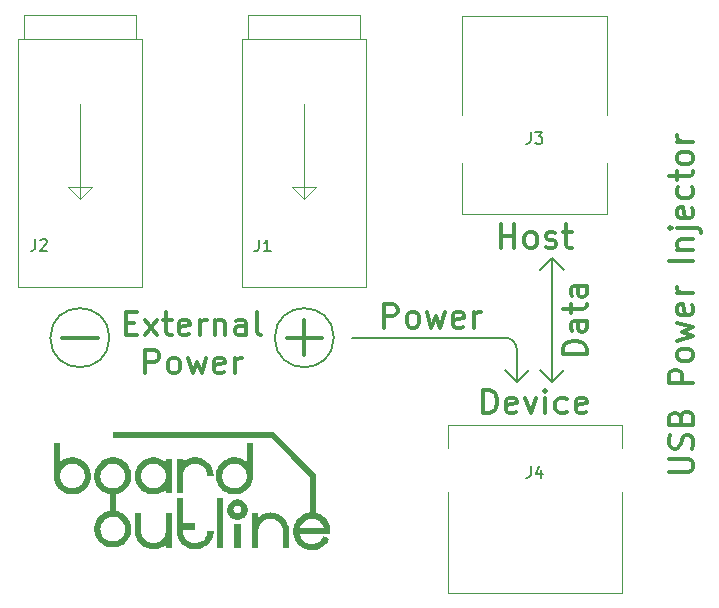
<source format=gto>
%TF.GenerationSoftware,KiCad,Pcbnew,(6.0.6)*%
%TF.CreationDate,2022-07-25T19:50:51+03:00*%
%TF.ProjectId,USB_Power_Injector_V1.0,5553425f-506f-4776-9572-5f496e6a6563,rev?*%
%TF.SameCoordinates,PX70ea928PY7952f5c*%
%TF.FileFunction,Legend,Top*%
%TF.FilePolarity,Positive*%
%FSLAX46Y46*%
G04 Gerber Fmt 4.6, Leading zero omitted, Abs format (unit mm)*
G04 Created by KiCad (PCBNEW (6.0.6)) date 2022-07-25 19:50:51*
%MOMM*%
%LPD*%
G01*
G04 APERTURE LIST*
%ADD10C,0.200000*%
%ADD11C,0.300000*%
%ADD12C,0.150000*%
%ADD13C,0.120000*%
%ADD14R,1.524000X1.524000*%
%ADD15C,1.524000*%
%ADD16C,3.500000*%
%ADD17C,3.200000*%
%ADD18R,1.700000X1.700000*%
%ADD19C,1.700000*%
G04 APERTURE END LIST*
D10*
X51750000Y22250000D02*
X52750000Y23250000D01*
X49750000Y15500000D02*
X49750000Y12750000D01*
X52750000Y23250000D02*
X52750000Y12750000D01*
X50750000Y13750000D02*
X49750000Y12750000D01*
X15250000Y16500000D02*
G75*
G03*
X15250000Y16500000I-2500000J0D01*
G01*
X35750000Y16500000D02*
X48750000Y16500000D01*
X34250000Y16500000D02*
G75*
G03*
X34250000Y16500000I-2500000J0D01*
G01*
D11*
X11250000Y16500000D02*
X14250000Y16500000D01*
D10*
X49750000Y12750000D02*
X48750000Y13750000D01*
X49749980Y15500000D02*
G75*
G03*
X48750000Y16500000I-1000000J0D01*
G01*
X53750000Y13750000D02*
X52750000Y12750000D01*
X52750000Y12750000D02*
X51750000Y13750000D01*
X52750000Y23250000D02*
X53750000Y22250000D01*
D11*
X30250000Y16500000D02*
X33250000Y16500000D01*
X31750000Y15000000D02*
X31750000Y18000000D01*
X38507619Y17345239D02*
X38507619Y19345239D01*
X39269523Y19345239D01*
X39460000Y19250000D01*
X39555238Y19154762D01*
X39650476Y18964286D01*
X39650476Y18678572D01*
X39555238Y18488096D01*
X39460000Y18392858D01*
X39269523Y18297620D01*
X38507619Y18297620D01*
X40793333Y17345239D02*
X40602857Y17440477D01*
X40507619Y17535715D01*
X40412380Y17726191D01*
X40412380Y18297620D01*
X40507619Y18488096D01*
X40602857Y18583334D01*
X40793333Y18678572D01*
X41079047Y18678572D01*
X41269523Y18583334D01*
X41364761Y18488096D01*
X41460000Y18297620D01*
X41460000Y17726191D01*
X41364761Y17535715D01*
X41269523Y17440477D01*
X41079047Y17345239D01*
X40793333Y17345239D01*
X42126666Y18678572D02*
X42507619Y17345239D01*
X42888571Y18297620D01*
X43269523Y17345239D01*
X43650476Y18678572D01*
X45174285Y17440477D02*
X44983809Y17345239D01*
X44602857Y17345239D01*
X44412380Y17440477D01*
X44317142Y17630953D01*
X44317142Y18392858D01*
X44412380Y18583334D01*
X44602857Y18678572D01*
X44983809Y18678572D01*
X45174285Y18583334D01*
X45269523Y18392858D01*
X45269523Y18202381D01*
X44317142Y18011905D01*
X46126666Y17345239D02*
X46126666Y18678572D01*
X46126666Y18297620D02*
X46221904Y18488096D01*
X46317142Y18583334D01*
X46507619Y18678572D01*
X46698095Y18678572D01*
X55654761Y15095239D02*
X53654761Y15095239D01*
X53654761Y15571429D01*
X53750000Y15857143D01*
X53940476Y16047620D01*
X54130952Y16142858D01*
X54511904Y16238096D01*
X54797619Y16238096D01*
X55178571Y16142858D01*
X55369047Y16047620D01*
X55559523Y15857143D01*
X55654761Y15571429D01*
X55654761Y15095239D01*
X55654761Y17952381D02*
X54607142Y17952381D01*
X54416666Y17857143D01*
X54321428Y17666667D01*
X54321428Y17285715D01*
X54416666Y17095239D01*
X55559523Y17952381D02*
X55654761Y17761905D01*
X55654761Y17285715D01*
X55559523Y17095239D01*
X55369047Y17000000D01*
X55178571Y17000000D01*
X54988095Y17095239D01*
X54892857Y17285715D01*
X54892857Y17761905D01*
X54797619Y17952381D01*
X54321428Y18619048D02*
X54321428Y19380953D01*
X53654761Y18904762D02*
X55369047Y18904762D01*
X55559523Y19000000D01*
X55654761Y19190477D01*
X55654761Y19380953D01*
X55654761Y20904762D02*
X54607142Y20904762D01*
X54416666Y20809524D01*
X54321428Y20619048D01*
X54321428Y20238096D01*
X54416666Y20047620D01*
X55559523Y20904762D02*
X55654761Y20714286D01*
X55654761Y20238096D01*
X55559523Y20047620D01*
X55369047Y19952381D01*
X55178571Y19952381D01*
X54988095Y20047620D01*
X54892857Y20238096D01*
X54892857Y20714286D01*
X54797619Y20904762D01*
X48392857Y24095239D02*
X48392857Y26095239D01*
X48392857Y25142858D02*
X49535714Y25142858D01*
X49535714Y24095239D02*
X49535714Y26095239D01*
X50773809Y24095239D02*
X50583333Y24190477D01*
X50488095Y24285715D01*
X50392857Y24476191D01*
X50392857Y25047620D01*
X50488095Y25238096D01*
X50583333Y25333334D01*
X50773809Y25428572D01*
X51059523Y25428572D01*
X51250000Y25333334D01*
X51345238Y25238096D01*
X51440476Y25047620D01*
X51440476Y24476191D01*
X51345238Y24285715D01*
X51250000Y24190477D01*
X51059523Y24095239D01*
X50773809Y24095239D01*
X52202380Y24190477D02*
X52392857Y24095239D01*
X52773809Y24095239D01*
X52964285Y24190477D01*
X53059523Y24380953D01*
X53059523Y24476191D01*
X52964285Y24666667D01*
X52773809Y24761905D01*
X52488095Y24761905D01*
X52297619Y24857143D01*
X52202380Y25047620D01*
X52202380Y25142858D01*
X52297619Y25333334D01*
X52488095Y25428572D01*
X52773809Y25428572D01*
X52964285Y25333334D01*
X53630952Y25428572D02*
X54392857Y25428572D01*
X53916666Y26095239D02*
X53916666Y24380953D01*
X54011904Y24190477D01*
X54202380Y24095239D01*
X54392857Y24095239D01*
X16630952Y17752858D02*
X17297619Y17752858D01*
X17583333Y16705239D02*
X16630952Y16705239D01*
X16630952Y18705239D01*
X17583333Y18705239D01*
X18250000Y16705239D02*
X19297619Y18038572D01*
X18250000Y18038572D02*
X19297619Y16705239D01*
X19773809Y18038572D02*
X20535714Y18038572D01*
X20059523Y18705239D02*
X20059523Y16990953D01*
X20154761Y16800477D01*
X20345238Y16705239D01*
X20535714Y16705239D01*
X21964285Y16800477D02*
X21773809Y16705239D01*
X21392857Y16705239D01*
X21202380Y16800477D01*
X21107142Y16990953D01*
X21107142Y17752858D01*
X21202380Y17943334D01*
X21392857Y18038572D01*
X21773809Y18038572D01*
X21964285Y17943334D01*
X22059523Y17752858D01*
X22059523Y17562381D01*
X21107142Y17371905D01*
X22916666Y16705239D02*
X22916666Y18038572D01*
X22916666Y17657620D02*
X23011904Y17848096D01*
X23107142Y17943334D01*
X23297619Y18038572D01*
X23488095Y18038572D01*
X24154761Y18038572D02*
X24154761Y16705239D01*
X24154761Y17848096D02*
X24250000Y17943334D01*
X24440476Y18038572D01*
X24726190Y18038572D01*
X24916666Y17943334D01*
X25011904Y17752858D01*
X25011904Y16705239D01*
X26821428Y16705239D02*
X26821428Y17752858D01*
X26726190Y17943334D01*
X26535714Y18038572D01*
X26154761Y18038572D01*
X25964285Y17943334D01*
X26821428Y16800477D02*
X26630952Y16705239D01*
X26154761Y16705239D01*
X25964285Y16800477D01*
X25869047Y16990953D01*
X25869047Y17181429D01*
X25964285Y17371905D01*
X26154761Y17467143D01*
X26630952Y17467143D01*
X26821428Y17562381D01*
X28059523Y16705239D02*
X27869047Y16800477D01*
X27773809Y16990953D01*
X27773809Y18705239D01*
X18297619Y13485239D02*
X18297619Y15485239D01*
X19059523Y15485239D01*
X19250000Y15390000D01*
X19345238Y15294762D01*
X19440476Y15104286D01*
X19440476Y14818572D01*
X19345238Y14628096D01*
X19250000Y14532858D01*
X19059523Y14437620D01*
X18297619Y14437620D01*
X20583333Y13485239D02*
X20392857Y13580477D01*
X20297619Y13675715D01*
X20202380Y13866191D01*
X20202380Y14437620D01*
X20297619Y14628096D01*
X20392857Y14723334D01*
X20583333Y14818572D01*
X20869047Y14818572D01*
X21059523Y14723334D01*
X21154761Y14628096D01*
X21250000Y14437620D01*
X21250000Y13866191D01*
X21154761Y13675715D01*
X21059523Y13580477D01*
X20869047Y13485239D01*
X20583333Y13485239D01*
X21916666Y14818572D02*
X22297619Y13485239D01*
X22678571Y14437620D01*
X23059523Y13485239D01*
X23440476Y14818572D01*
X24964285Y13580477D02*
X24773809Y13485239D01*
X24392857Y13485239D01*
X24202380Y13580477D01*
X24107142Y13770953D01*
X24107142Y14532858D01*
X24202380Y14723334D01*
X24392857Y14818572D01*
X24773809Y14818572D01*
X24964285Y14723334D01*
X25059523Y14532858D01*
X25059523Y14342381D01*
X24107142Y14151905D01*
X25916666Y13485239D02*
X25916666Y14818572D01*
X25916666Y14437620D02*
X26011904Y14628096D01*
X26107142Y14723334D01*
X26297619Y14818572D01*
X26488095Y14818572D01*
X62654761Y5107143D02*
X64273809Y5107143D01*
X64464285Y5202381D01*
X64559523Y5297620D01*
X64654761Y5488096D01*
X64654761Y5869048D01*
X64559523Y6059524D01*
X64464285Y6154762D01*
X64273809Y6250000D01*
X62654761Y6250000D01*
X64559523Y7107143D02*
X64654761Y7392858D01*
X64654761Y7869048D01*
X64559523Y8059524D01*
X64464285Y8154762D01*
X64273809Y8250000D01*
X64083333Y8250000D01*
X63892857Y8154762D01*
X63797619Y8059524D01*
X63702380Y7869048D01*
X63607142Y7488096D01*
X63511904Y7297620D01*
X63416666Y7202381D01*
X63226190Y7107143D01*
X63035714Y7107143D01*
X62845238Y7202381D01*
X62750000Y7297620D01*
X62654761Y7488096D01*
X62654761Y7964286D01*
X62750000Y8250000D01*
X63607142Y9773810D02*
X63702380Y10059524D01*
X63797619Y10154762D01*
X63988095Y10250000D01*
X64273809Y10250000D01*
X64464285Y10154762D01*
X64559523Y10059524D01*
X64654761Y9869048D01*
X64654761Y9107143D01*
X62654761Y9107143D01*
X62654761Y9773810D01*
X62750000Y9964286D01*
X62845238Y10059524D01*
X63035714Y10154762D01*
X63226190Y10154762D01*
X63416666Y10059524D01*
X63511904Y9964286D01*
X63607142Y9773810D01*
X63607142Y9107143D01*
X64654761Y12630953D02*
X62654761Y12630953D01*
X62654761Y13392858D01*
X62750000Y13583334D01*
X62845238Y13678572D01*
X63035714Y13773810D01*
X63321428Y13773810D01*
X63511904Y13678572D01*
X63607142Y13583334D01*
X63702380Y13392858D01*
X63702380Y12630953D01*
X64654761Y14916667D02*
X64559523Y14726191D01*
X64464285Y14630953D01*
X64273809Y14535715D01*
X63702380Y14535715D01*
X63511904Y14630953D01*
X63416666Y14726191D01*
X63321428Y14916667D01*
X63321428Y15202381D01*
X63416666Y15392858D01*
X63511904Y15488096D01*
X63702380Y15583334D01*
X64273809Y15583334D01*
X64464285Y15488096D01*
X64559523Y15392858D01*
X64654761Y15202381D01*
X64654761Y14916667D01*
X63321428Y16250000D02*
X64654761Y16630953D01*
X63702380Y17011905D01*
X64654761Y17392858D01*
X63321428Y17773810D01*
X64559523Y19297620D02*
X64654761Y19107143D01*
X64654761Y18726191D01*
X64559523Y18535715D01*
X64369047Y18440477D01*
X63607142Y18440477D01*
X63416666Y18535715D01*
X63321428Y18726191D01*
X63321428Y19107143D01*
X63416666Y19297620D01*
X63607142Y19392858D01*
X63797619Y19392858D01*
X63988095Y18440477D01*
X64654761Y20250000D02*
X63321428Y20250000D01*
X63702380Y20250000D02*
X63511904Y20345239D01*
X63416666Y20440477D01*
X63321428Y20630953D01*
X63321428Y20821429D01*
X64654761Y23011905D02*
X62654761Y23011905D01*
X63321428Y23964286D02*
X64654761Y23964286D01*
X63511904Y23964286D02*
X63416666Y24059524D01*
X63321428Y24250000D01*
X63321428Y24535715D01*
X63416666Y24726191D01*
X63607142Y24821429D01*
X64654761Y24821429D01*
X63321428Y25773810D02*
X65035714Y25773810D01*
X65226190Y25678572D01*
X65321428Y25488096D01*
X65321428Y25392858D01*
X62654761Y25773810D02*
X62750000Y25678572D01*
X62845238Y25773810D01*
X62750000Y25869048D01*
X62654761Y25773810D01*
X62845238Y25773810D01*
X64559523Y27488096D02*
X64654761Y27297620D01*
X64654761Y26916667D01*
X64559523Y26726191D01*
X64369047Y26630953D01*
X63607142Y26630953D01*
X63416666Y26726191D01*
X63321428Y26916667D01*
X63321428Y27297620D01*
X63416666Y27488096D01*
X63607142Y27583334D01*
X63797619Y27583334D01*
X63988095Y26630953D01*
X64559523Y29297620D02*
X64654761Y29107143D01*
X64654761Y28726191D01*
X64559523Y28535715D01*
X64464285Y28440477D01*
X64273809Y28345239D01*
X63702380Y28345239D01*
X63511904Y28440477D01*
X63416666Y28535715D01*
X63321428Y28726191D01*
X63321428Y29107143D01*
X63416666Y29297620D01*
X63321428Y29869048D02*
X63321428Y30630953D01*
X62654761Y30154762D02*
X64369047Y30154762D01*
X64559523Y30250000D01*
X64654761Y30440477D01*
X64654761Y30630953D01*
X64654761Y31583334D02*
X64559523Y31392858D01*
X64464285Y31297620D01*
X64273809Y31202381D01*
X63702380Y31202381D01*
X63511904Y31297620D01*
X63416666Y31392858D01*
X63321428Y31583334D01*
X63321428Y31869048D01*
X63416666Y32059524D01*
X63511904Y32154762D01*
X63702380Y32250000D01*
X64273809Y32250000D01*
X64464285Y32154762D01*
X64559523Y32059524D01*
X64654761Y31869048D01*
X64654761Y31583334D01*
X64654761Y33107143D02*
X63321428Y33107143D01*
X63702380Y33107143D02*
X63511904Y33202381D01*
X63416666Y33297620D01*
X63321428Y33488096D01*
X63321428Y33678572D01*
X46916666Y10095239D02*
X46916666Y12095239D01*
X47392857Y12095239D01*
X47678571Y12000000D01*
X47869047Y11809524D01*
X47964285Y11619048D01*
X48059523Y11238096D01*
X48059523Y10952381D01*
X47964285Y10571429D01*
X47869047Y10380953D01*
X47678571Y10190477D01*
X47392857Y10095239D01*
X46916666Y10095239D01*
X49678571Y10190477D02*
X49488095Y10095239D01*
X49107142Y10095239D01*
X48916666Y10190477D01*
X48821428Y10380953D01*
X48821428Y11142858D01*
X48916666Y11333334D01*
X49107142Y11428572D01*
X49488095Y11428572D01*
X49678571Y11333334D01*
X49773809Y11142858D01*
X49773809Y10952381D01*
X48821428Y10761905D01*
X50440476Y11428572D02*
X50916666Y10095239D01*
X51392857Y11428572D01*
X52154761Y10095239D02*
X52154761Y11428572D01*
X52154761Y12095239D02*
X52059523Y12000000D01*
X52154761Y11904762D01*
X52250000Y12000000D01*
X52154761Y12095239D01*
X52154761Y11904762D01*
X53964285Y10190477D02*
X53773809Y10095239D01*
X53392857Y10095239D01*
X53202380Y10190477D01*
X53107142Y10285715D01*
X53011904Y10476191D01*
X53011904Y11047620D01*
X53107142Y11238096D01*
X53202380Y11333334D01*
X53392857Y11428572D01*
X53773809Y11428572D01*
X53964285Y11333334D01*
X55583333Y10190477D02*
X55392857Y10095239D01*
X55011904Y10095239D01*
X54821428Y10190477D01*
X54726190Y10380953D01*
X54726190Y11142858D01*
X54821428Y11333334D01*
X55011904Y11428572D01*
X55392857Y11428572D01*
X55583333Y11333334D01*
X55678571Y11142858D01*
X55678571Y10952381D01*
X54726190Y10761905D01*
D12*
%TO.C,J4*%
X50916666Y5620120D02*
X50916666Y4905834D01*
X50869047Y4762977D01*
X50773809Y4667739D01*
X50630952Y4620120D01*
X50535714Y4620120D01*
X51821428Y5286786D02*
X51821428Y4620120D01*
X51583333Y5667739D02*
X51345238Y4953453D01*
X51964285Y4953453D01*
%TO.C,J2*%
X8966666Y24847620D02*
X8966666Y24133334D01*
X8919047Y23990477D01*
X8823809Y23895239D01*
X8680952Y23847620D01*
X8585714Y23847620D01*
X9395238Y24752381D02*
X9442857Y24800000D01*
X9538095Y24847620D01*
X9776190Y24847620D01*
X9871428Y24800000D01*
X9919047Y24752381D01*
X9966666Y24657143D01*
X9966666Y24561905D01*
X9919047Y24419048D01*
X9347619Y23847620D01*
X9966666Y23847620D01*
%TO.C,J3*%
X50916666Y33925120D02*
X50916666Y33210834D01*
X50869047Y33067977D01*
X50773809Y32972739D01*
X50630952Y32925120D01*
X50535714Y32925120D01*
X51297619Y33925120D02*
X51916666Y33925120D01*
X51583333Y33544167D01*
X51726190Y33544167D01*
X51821428Y33496548D01*
X51869047Y33448929D01*
X51916666Y33353691D01*
X51916666Y33115596D01*
X51869047Y33020358D01*
X51821428Y32972739D01*
X51726190Y32925120D01*
X51440476Y32925120D01*
X51345238Y32972739D01*
X51297619Y33020358D01*
%TO.C,J1*%
X27916666Y24797620D02*
X27916666Y24083334D01*
X27869047Y23940477D01*
X27773809Y23845239D01*
X27630952Y23797620D01*
X27535714Y23797620D01*
X28916666Y23797620D02*
X28345238Y23797620D01*
X28630952Y23797620D02*
X28630952Y24797620D01*
X28535714Y24654762D01*
X28440476Y24559524D01*
X28345238Y24511905D01*
%TO.C,G\u002A\u002A\u002A*%
G36*
X30864676Y530942D02*
G01*
X30884477Y604626D01*
X30896773Y643551D01*
X30948196Y777516D01*
X31011308Y905175D01*
X31085367Y1025906D01*
X31169633Y1139091D01*
X31263365Y1244110D01*
X31365825Y1340343D01*
X31476270Y1427170D01*
X31593961Y1503972D01*
X31718158Y1570130D01*
X31848119Y1625022D01*
X31983106Y1668030D01*
X32122377Y1698534D01*
X32165123Y1705189D01*
X32226856Y1713896D01*
X32228587Y3225980D01*
X32230317Y4738063D01*
X30613226Y6355165D01*
X28996136Y7972266D01*
X15534742Y7972266D01*
X15534742Y8500432D01*
X29217609Y8500432D01*
X30982886Y6730043D01*
X32748164Y4959653D01*
X32751593Y3319868D01*
X32755023Y1680083D01*
X32837334Y1655290D01*
X32884890Y1640584D01*
X32925195Y1627036D01*
X32962014Y1613122D01*
X32999114Y1597320D01*
X33040259Y1578104D01*
X33089216Y1553950D01*
X33095471Y1550809D01*
X33222344Y1479513D01*
X33340938Y1397643D01*
X33450744Y1305929D01*
X33551251Y1205099D01*
X33641949Y1095882D01*
X33722328Y979005D01*
X33791879Y855198D01*
X33850090Y725188D01*
X33896452Y589705D01*
X33930455Y449477D01*
X33948658Y332311D01*
X33952832Y285751D01*
X33955956Y227143D01*
X33957970Y158125D01*
X33958809Y80331D01*
X33958831Y64986D01*
X33958831Y-115374D01*
X32658201Y-110561D01*
X31357572Y-105749D01*
X31362263Y-129164D01*
X31391837Y-242383D01*
X31433929Y-351163D01*
X31487776Y-454496D01*
X31552612Y-551376D01*
X31627674Y-640794D01*
X31712198Y-721744D01*
X31805420Y-793218D01*
X31906575Y-854208D01*
X31915956Y-859105D01*
X32022467Y-906416D01*
X32133144Y-941112D01*
X32246750Y-963185D01*
X32362044Y-972630D01*
X32477790Y-969440D01*
X32592748Y-953608D01*
X32705680Y-925129D01*
X32815347Y-883994D01*
X32857912Y-864051D01*
X32955595Y-808104D01*
X33047478Y-740696D01*
X33132122Y-663307D01*
X33208085Y-577417D01*
X33273928Y-484506D01*
X33328210Y-386056D01*
X33333158Y-375506D01*
X33344355Y-351514D01*
X33353337Y-332793D01*
X33358601Y-322456D01*
X33359252Y-321430D01*
X33365917Y-323322D01*
X33383893Y-329845D01*
X33411788Y-340456D01*
X33448209Y-354614D01*
X33491762Y-371776D01*
X33541053Y-391399D01*
X33594690Y-412942D01*
X33604514Y-416907D01*
X33847412Y-515014D01*
X33837319Y-539575D01*
X33824029Y-569439D01*
X33805682Y-607320D01*
X33784238Y-649450D01*
X33761658Y-692059D01*
X33739902Y-731376D01*
X33720933Y-763634D01*
X33719966Y-765198D01*
X33640005Y-881322D01*
X33549298Y-989796D01*
X33448905Y-1089829D01*
X33339890Y-1180633D01*
X33223314Y-1261419D01*
X33100240Y-1331398D01*
X32971731Y-1389782D01*
X32838848Y-1435782D01*
X32803597Y-1445646D01*
X32732240Y-1463437D01*
X32666970Y-1476818D01*
X32603472Y-1486371D01*
X32537428Y-1492676D01*
X32464522Y-1496315D01*
X32418917Y-1497407D01*
X32337792Y-1497766D01*
X32269271Y-1495931D01*
X32213767Y-1491914D01*
X32200522Y-1490388D01*
X32056979Y-1465408D01*
X31917501Y-1427686D01*
X31782849Y-1377754D01*
X31653782Y-1316145D01*
X31531061Y-1243392D01*
X31415445Y-1160026D01*
X31307694Y-1066581D01*
X31208569Y-963590D01*
X31118829Y-851583D01*
X31039234Y-731095D01*
X30990055Y-642176D01*
X30933992Y-521055D01*
X30889268Y-398539D01*
X30855644Y-273277D01*
X30832881Y-143914D01*
X30820739Y-9099D01*
X30818979Y132523D01*
X30827126Y279558D01*
X30836698Y372057D01*
X30843866Y420243D01*
X31379489Y420243D01*
X32032959Y418458D01*
X32136579Y418167D01*
X32243459Y417851D01*
X32351835Y417517D01*
X32459947Y417170D01*
X32566030Y416816D01*
X32668323Y416463D01*
X32765063Y416115D01*
X32854488Y415778D01*
X32934835Y415460D01*
X33004342Y415165D01*
X33041944Y414994D01*
X33397458Y413314D01*
X33392733Y435607D01*
X33388126Y452159D01*
X33379927Y477014D01*
X33369629Y505731D01*
X33365607Y516388D01*
X33327649Y605137D01*
X33284424Y685364D01*
X33233797Y760325D01*
X33173633Y833276D01*
X33122451Y887146D01*
X33057961Y947931D01*
X32995267Y998719D01*
X32930766Y1042120D01*
X32860853Y1080747D01*
X32843590Y1089249D01*
X32734620Y1134601D01*
X32623823Y1166869D01*
X32512104Y1186415D01*
X32400366Y1193601D01*
X32289513Y1188787D01*
X32180447Y1172334D01*
X32074072Y1144604D01*
X31971293Y1105958D01*
X31873011Y1056757D01*
X31780131Y997363D01*
X31693556Y928135D01*
X31614190Y849437D01*
X31542936Y761628D01*
X31480697Y665070D01*
X31428377Y560124D01*
X31410623Y516388D01*
X31400078Y487915D01*
X31391097Y462244D01*
X31385121Y443552D01*
X31383920Y439071D01*
X31379489Y420243D01*
X30843866Y420243D01*
X30848982Y454635D01*
X30864676Y530942D01*
G37*
G36*
X21461180Y769998D02*
G01*
X22510653Y769998D01*
X22510653Y241831D01*
X21459054Y241831D01*
X21463210Y137227D01*
X21474032Y13414D01*
X21496532Y-103520D01*
X21530951Y-214275D01*
X21577531Y-319552D01*
X21636513Y-420050D01*
X21674225Y-473403D01*
X21751071Y-564560D01*
X21836806Y-645383D01*
X21930981Y-715591D01*
X22033146Y-774901D01*
X22142854Y-823031D01*
X22259655Y-859697D01*
X22304874Y-870366D01*
X22334109Y-876200D01*
X22361532Y-880407D01*
X22390362Y-883232D01*
X22423818Y-884923D01*
X22465119Y-885726D01*
X22507224Y-885897D01*
X22557387Y-885637D01*
X22597059Y-884694D01*
X22629457Y-882819D01*
X22657801Y-879767D01*
X22685311Y-875289D01*
X22709573Y-870366D01*
X22827999Y-838172D01*
X22939572Y-794499D01*
X23043720Y-739999D01*
X23139871Y-675324D01*
X23227453Y-601128D01*
X23305896Y-518062D01*
X23374626Y-426779D01*
X23433073Y-327932D01*
X23480664Y-222173D01*
X23516828Y-110156D01*
X23540994Y7467D01*
X23550197Y89212D01*
X23555037Y152660D01*
X24082149Y152660D01*
X24077946Y92642D01*
X24065507Y-36152D01*
X24046602Y-155081D01*
X24020577Y-266711D01*
X23986777Y-373604D01*
X23944545Y-478326D01*
X23917105Y-536700D01*
X23845797Y-666085D01*
X23763799Y-787008D01*
X23671550Y-899035D01*
X23569487Y-1001731D01*
X23458045Y-1094662D01*
X23337661Y-1177393D01*
X23208773Y-1249488D01*
X23193154Y-1257210D01*
X23072813Y-1310431D01*
X22952518Y-1352186D01*
X22828144Y-1383765D01*
X22733581Y-1400951D01*
X22695612Y-1405540D01*
X22647976Y-1409349D01*
X22594159Y-1412281D01*
X22537644Y-1414237D01*
X22481915Y-1415119D01*
X22430458Y-1414829D01*
X22386757Y-1413268D01*
X22362954Y-1411400D01*
X22213528Y-1388955D01*
X22069413Y-1353975D01*
X21930846Y-1306545D01*
X21798065Y-1246750D01*
X21671309Y-1174674D01*
X21638071Y-1153067D01*
X21519304Y-1065652D01*
X21410395Y-968916D01*
X21311692Y-863429D01*
X21223543Y-749758D01*
X21146296Y-628470D01*
X21080300Y-500133D01*
X21025902Y-365316D01*
X20983451Y-224585D01*
X20953295Y-78510D01*
X20945312Y-23136D01*
X20944244Y-12153D01*
X20943259Y3721D01*
X20942354Y24977D01*
X20941527Y52110D01*
X20940774Y85612D01*
X20940093Y125975D01*
X20939481Y173693D01*
X20938935Y229258D01*
X20938452Y293164D01*
X20938029Y365903D01*
X20937662Y447969D01*
X20937351Y539853D01*
X20937090Y642050D01*
X20936878Y755052D01*
X20936712Y879351D01*
X20936588Y1015441D01*
X20936504Y1163815D01*
X20936457Y1324965D01*
X20936443Y1483365D01*
X20936443Y2920389D01*
X21198812Y2922186D01*
X21461180Y2923982D01*
X21461180Y769998D01*
G37*
G36*
X20554053Y151027D02*
G01*
X20552322Y-1318660D01*
X20031015Y-1318660D01*
X20029171Y-1162469D01*
X20027327Y-1006277D01*
X19970867Y-1052243D01*
X19864934Y-1130523D01*
X19749685Y-1201056D01*
X19627892Y-1262475D01*
X19502326Y-1313411D01*
X19375760Y-1352499D01*
X19348515Y-1359263D01*
X19257566Y-1377477D01*
X19160376Y-1390913D01*
X19061297Y-1399236D01*
X18964683Y-1402107D01*
X18874886Y-1399190D01*
X18854495Y-1397560D01*
X18709700Y-1377828D01*
X18569439Y-1345608D01*
X18434305Y-1301480D01*
X18304892Y-1246024D01*
X18181794Y-1179821D01*
X18065605Y-1103451D01*
X17956917Y-1017494D01*
X17856326Y-922531D01*
X17764424Y-819141D01*
X17681805Y-707906D01*
X17609063Y-589406D01*
X17546791Y-464220D01*
X17495584Y-332929D01*
X17456034Y-196113D01*
X17428736Y-54353D01*
X17421424Y3200D01*
X17420174Y22023D01*
X17419033Y54242D01*
X17418006Y99535D01*
X17417095Y157579D01*
X17416303Y228052D01*
X17415632Y310632D01*
X17415086Y404996D01*
X17414667Y510823D01*
X17414377Y627789D01*
X17414221Y755573D01*
X17414191Y845261D01*
X17414191Y1620714D01*
X17676559Y1618918D01*
X17938928Y1617122D01*
X17942591Y814583D01*
X17946253Y12045D01*
X17964269Y-59978D01*
X17985819Y-137391D01*
X18010190Y-206864D01*
X18039481Y-274157D01*
X18050462Y-296624D01*
X18109167Y-399241D01*
X18177410Y-492725D01*
X18254251Y-576764D01*
X18338752Y-651047D01*
X18429972Y-715260D01*
X18526971Y-769093D01*
X18628811Y-812233D01*
X18734552Y-844369D01*
X18843254Y-865187D01*
X18953978Y-874377D01*
X19065785Y-871626D01*
X19177734Y-856622D01*
X19288886Y-829053D01*
X19398302Y-788608D01*
X19453713Y-762629D01*
X19553321Y-704925D01*
X19646513Y-635978D01*
X19731993Y-557125D01*
X19808463Y-469705D01*
X19874628Y-375057D01*
X19929190Y-274519D01*
X19931671Y-269187D01*
X19968445Y-178017D01*
X19999053Y-77965D01*
X20008916Y-37903D01*
X20011150Y-27942D01*
X20013150Y-18024D01*
X20014932Y-7354D01*
X20016514Y4864D01*
X20017911Y19425D01*
X20019143Y37126D01*
X20020224Y58761D01*
X20021173Y85126D01*
X20022007Y117017D01*
X20022742Y155230D01*
X20023395Y200560D01*
X20023984Y253803D01*
X20024525Y315754D01*
X20025035Y387209D01*
X20025532Y468963D01*
X20026033Y561813D01*
X20026554Y666553D01*
X20027113Y783980D01*
X20027288Y821442D01*
X20031015Y1617122D01*
X20555783Y1620714D01*
X20554053Y151027D01*
G37*
G36*
X24870254Y-1322090D02*
G01*
X24609385Y-1322090D01*
X24539345Y-1321992D01*
X24481976Y-1321676D01*
X24436230Y-1321108D01*
X24401059Y-1320254D01*
X24375418Y-1319080D01*
X24358259Y-1317551D01*
X24348535Y-1315635D01*
X24345261Y-1313516D01*
X24345005Y-1306050D01*
X24344766Y-1285392D01*
X24344544Y-1252067D01*
X24344339Y-1206602D01*
X24344152Y-1149523D01*
X24343983Y-1081356D01*
X24343832Y-1002627D01*
X24343700Y-913862D01*
X24343586Y-815587D01*
X24343493Y-708328D01*
X24343419Y-592612D01*
X24343365Y-468965D01*
X24343332Y-337912D01*
X24343320Y-199979D01*
X24343329Y-55694D01*
X24343360Y94418D01*
X24343413Y249832D01*
X24343489Y410020D01*
X24343587Y574457D01*
X24343708Y742617D01*
X24343761Y807724D01*
X24345517Y2920389D01*
X24607885Y2922186D01*
X24870254Y2923982D01*
X24870254Y-1322090D01*
G37*
G36*
X26355293Y-1318660D02*
G01*
X26096171Y-1320458D01*
X26026779Y-1320847D01*
X25970016Y-1320939D01*
X25924796Y-1320706D01*
X25890031Y-1320121D01*
X25864634Y-1319153D01*
X25847519Y-1317775D01*
X25837599Y-1315959D01*
X25833787Y-1313676D01*
X25833755Y-1313598D01*
X25833387Y-1305855D01*
X25833054Y-1285156D01*
X25832757Y-1252266D01*
X25832498Y-1207948D01*
X25832277Y-1152964D01*
X25832095Y-1088080D01*
X25831954Y-1014058D01*
X25831854Y-931661D01*
X25831798Y-841654D01*
X25831785Y-744800D01*
X25831818Y-641861D01*
X25831897Y-533602D01*
X25832024Y-420786D01*
X25832199Y-304176D01*
X25832224Y-289765D01*
X25833986Y725412D01*
X26355293Y725412D01*
X26355293Y-1318660D01*
G37*
G36*
X29017921Y1695683D02*
G01*
X29157843Y1677716D01*
X29295010Y1647399D01*
X29428611Y1605071D01*
X29557833Y1551071D01*
X29681864Y1485741D01*
X29799893Y1409419D01*
X29911107Y1322445D01*
X30014694Y1225159D01*
X30109842Y1117901D01*
X30195739Y1001010D01*
X30196555Y999784D01*
X30268533Y881281D01*
X30328765Y759473D01*
X30377992Y632497D01*
X30416953Y498487D01*
X30441687Y382447D01*
X30443948Y369781D01*
X30445971Y357490D01*
X30447773Y344771D01*
X30449368Y330819D01*
X30450772Y314832D01*
X30452001Y296004D01*
X30453070Y273533D01*
X30453994Y246613D01*
X30454790Y214443D01*
X30455472Y176217D01*
X30456055Y131131D01*
X30456557Y78383D01*
X30456991Y17168D01*
X30457373Y-53318D01*
X30457719Y-133879D01*
X30458044Y-225318D01*
X30458364Y-328440D01*
X30458694Y-444047D01*
X30458880Y-511059D01*
X30461115Y-1322253D01*
X30198482Y-1320457D01*
X29935849Y-1318660D01*
X29932123Y-519551D01*
X29931550Y-397871D01*
X29931019Y-289117D01*
X29930511Y-192498D01*
X29930012Y-107221D01*
X29929503Y-32493D01*
X29928970Y32476D01*
X29928394Y88479D01*
X29927759Y136309D01*
X29927049Y176757D01*
X29926248Y210616D01*
X29925338Y238677D01*
X29924302Y261732D01*
X29923126Y280575D01*
X29921791Y295996D01*
X29920281Y308789D01*
X29918579Y319744D01*
X29916670Y329655D01*
X29914535Y339313D01*
X29914078Y341291D01*
X29879965Y459808D01*
X29834454Y571562D01*
X29778111Y675928D01*
X29711504Y772281D01*
X29635199Y859994D01*
X29549763Y938441D01*
X29455764Y1006997D01*
X29353767Y1065035D01*
X29244341Y1111930D01*
X29203437Y1125900D01*
X29145823Y1142930D01*
X29092550Y1155344D01*
X29039539Y1163726D01*
X28982710Y1168662D01*
X28917982Y1170737D01*
X28889805Y1170898D01*
X28820905Y1169776D01*
X28761490Y1166022D01*
X28707479Y1159049D01*
X28654793Y1148273D01*
X28599351Y1133108D01*
X28576174Y1125900D01*
X28464141Y1083127D01*
X28359368Y1029002D01*
X28262415Y964143D01*
X28173845Y889171D01*
X28094216Y804704D01*
X28024092Y711361D01*
X27964031Y609762D01*
X27914596Y500526D01*
X27876347Y384273D01*
X27865532Y341291D01*
X27863351Y331589D01*
X27861398Y321792D01*
X27859656Y311110D01*
X27858109Y298750D01*
X27856740Y283920D01*
X27855533Y265828D01*
X27854471Y243681D01*
X27853537Y216689D01*
X27852715Y184058D01*
X27851988Y144996D01*
X27851339Y98712D01*
X27850753Y44413D01*
X27850212Y-18693D01*
X27849700Y-91398D01*
X27849200Y-174493D01*
X27848695Y-268772D01*
X27848170Y-375027D01*
X27847607Y-494048D01*
X27847488Y-519551D01*
X27843762Y-1318660D01*
X27586047Y-1320456D01*
X27527884Y-1320741D01*
X27474066Y-1320772D01*
X27426129Y-1320567D01*
X27385607Y-1320142D01*
X27354035Y-1319513D01*
X27332946Y-1318698D01*
X27323875Y-1317714D01*
X27323679Y-1317598D01*
X27323232Y-1310392D01*
X27322797Y-1290098D01*
X27322375Y-1257346D01*
X27321969Y-1212768D01*
X27321581Y-1156993D01*
X27321212Y-1090654D01*
X27320865Y-1014379D01*
X27320542Y-928801D01*
X27320244Y-834549D01*
X27319974Y-732254D01*
X27319734Y-622547D01*
X27319525Y-506059D01*
X27319350Y-383419D01*
X27319210Y-255260D01*
X27319108Y-122210D01*
X27319046Y15098D01*
X27319025Y153885D01*
X27319025Y1620714D01*
X27581393Y1618918D01*
X27843762Y1617122D01*
X27845606Y1460714D01*
X27847451Y1304307D01*
X27886762Y1338247D01*
X27982035Y1412565D01*
X28087703Y1480575D01*
X28201474Y1541188D01*
X28321057Y1593317D01*
X28444159Y1635872D01*
X28568489Y1667766D01*
X28589749Y1672082D01*
X28733062Y1693206D01*
X28876057Y1700959D01*
X29017921Y1695683D01*
G37*
G36*
X13977600Y509306D02*
G01*
X14002257Y652690D01*
X14039980Y791915D01*
X14090734Y926875D01*
X14154486Y1057465D01*
X14220758Y1167837D01*
X14305050Y1284335D01*
X14399265Y1392273D01*
X14502474Y1491011D01*
X14613749Y1579909D01*
X14732162Y1658324D01*
X14856784Y1725617D01*
X14986688Y1781145D01*
X15120944Y1824269D01*
X15198636Y1842964D01*
X15270659Y1858218D01*
X15272406Y2555149D01*
X15274153Y3252079D01*
X15234680Y3260002D01*
X15090765Y3295706D01*
X14952606Y3343845D01*
X14820447Y3404289D01*
X14694532Y3476910D01*
X14575106Y3561578D01*
X14462411Y3658167D01*
X14441614Y3678016D01*
X14353815Y3769386D01*
X14277147Y3862862D01*
X14209187Y3961783D01*
X14147509Y4069486D01*
X14124970Y4113908D01*
X14066665Y4247908D01*
X14021334Y4385768D01*
X13989070Y4526626D01*
X13969967Y4669620D01*
X13964424Y4806286D01*
X14493040Y4806286D01*
X14494757Y4731530D01*
X14500692Y4662382D01*
X14505047Y4632668D01*
X14531693Y4516158D01*
X14570438Y4405256D01*
X14620566Y4300662D01*
X14681365Y4203076D01*
X14752122Y4113198D01*
X14832123Y4031727D01*
X14920656Y3959363D01*
X15017008Y3896807D01*
X15120464Y3844757D01*
X15230312Y3803915D01*
X15345839Y3774979D01*
X15386212Y3767989D01*
X15415207Y3765132D01*
X15454407Y3763531D01*
X15500647Y3763098D01*
X15550760Y3763744D01*
X15601583Y3765381D01*
X15649949Y3767920D01*
X15692694Y3771272D01*
X15726651Y3775350D01*
X15740521Y3777889D01*
X15860441Y3811104D01*
X15973131Y3855802D01*
X16078232Y3911738D01*
X16175387Y3978671D01*
X16264240Y4056359D01*
X16344433Y4144558D01*
X16407440Y4230501D01*
X16465497Y4330356D01*
X16512732Y4438171D01*
X16549307Y4554342D01*
X16561231Y4604348D01*
X16565881Y4628670D01*
X16569285Y4654449D01*
X16571605Y4684279D01*
X16572998Y4720756D01*
X16573626Y4766474D01*
X16573693Y4806698D01*
X16573477Y4856629D01*
X16572853Y4895670D01*
X16571586Y4926647D01*
X16569442Y4952387D01*
X16566187Y4975717D01*
X16561584Y4999463D01*
X16555462Y5026195D01*
X16520442Y5145014D01*
X16474072Y5256565D01*
X16416878Y5360319D01*
X16349389Y5455746D01*
X16272133Y5542317D01*
X16185637Y5619503D01*
X16090429Y5686774D01*
X15987037Y5743601D01*
X15875989Y5789453D01*
X15761099Y5823029D01*
X15696249Y5834876D01*
X15622803Y5842363D01*
X15545211Y5845381D01*
X15467921Y5843817D01*
X15395382Y5837561D01*
X15364142Y5832958D01*
X15247922Y5806356D01*
X15137118Y5767595D01*
X15032476Y5717390D01*
X14934744Y5656455D01*
X14844666Y5585505D01*
X14762990Y5505254D01*
X14690460Y5416417D01*
X14627824Y5319708D01*
X14575827Y5215841D01*
X14535215Y5105531D01*
X14512305Y5017271D01*
X14501902Y4953850D01*
X14495451Y4881957D01*
X14493040Y4806286D01*
X13964424Y4806286D01*
X13964116Y4813890D01*
X13971613Y4958574D01*
X13992550Y5102811D01*
X14009555Y5180530D01*
X14050136Y5317484D01*
X14103358Y5449914D01*
X14168660Y5577031D01*
X14245482Y5698044D01*
X14333265Y5812166D01*
X14431447Y5918605D01*
X14539469Y6016573D01*
X14656771Y6105281D01*
X14673899Y6116914D01*
X14730460Y6151993D01*
X14796221Y6188112D01*
X14867005Y6223253D01*
X14938640Y6255398D01*
X15006951Y6282529D01*
X15040872Y6294346D01*
X15181882Y6333639D01*
X15323367Y6359578D01*
X15464597Y6372474D01*
X15604840Y6372641D01*
X15743364Y6360388D01*
X15879436Y6336029D01*
X16012326Y6299874D01*
X16141302Y6252236D01*
X16265631Y6193426D01*
X16384583Y6123755D01*
X16497424Y6043536D01*
X16603424Y5953079D01*
X16701850Y5852697D01*
X16791972Y5742701D01*
X16873056Y5623404D01*
X16944372Y5495116D01*
X16951519Y5480612D01*
X17007776Y5349571D01*
X17051310Y5214430D01*
X17082128Y5076209D01*
X17100235Y4935927D01*
X17105638Y4794603D01*
X17098341Y4653255D01*
X17078352Y4512904D01*
X17045675Y4374567D01*
X17000316Y4239264D01*
X16943724Y4110911D01*
X16886559Y4004499D01*
X16825075Y3907790D01*
X16756732Y3817304D01*
X16678991Y3729557D01*
X16627845Y3677814D01*
X16517745Y3579778D01*
X16400203Y3493196D01*
X16275687Y3418316D01*
X16144663Y3355384D01*
X16007601Y3304646D01*
X15864968Y3266350D01*
X15834804Y3260002D01*
X15795331Y3252079D01*
X15797078Y2555149D01*
X15798825Y1858218D01*
X15870848Y1842964D01*
X16005765Y1807473D01*
X16137608Y1759115D01*
X16265227Y1698605D01*
X16387474Y1626659D01*
X16503200Y1543992D01*
X16611257Y1451320D01*
X16710495Y1349359D01*
X16762487Y1287594D01*
X16848063Y1169447D01*
X16921723Y1044998D01*
X16983264Y915086D01*
X17032484Y780547D01*
X17069181Y642220D01*
X17093153Y500941D01*
X17104198Y357549D01*
X17102115Y212880D01*
X17086700Y67772D01*
X17074056Y-4057D01*
X17039489Y-143053D01*
X16992646Y-276880D01*
X16934198Y-404916D01*
X16864813Y-526535D01*
X16785160Y-641113D01*
X16695908Y-748027D01*
X16597727Y-846652D01*
X16491284Y-936364D01*
X16377251Y-1016540D01*
X16256294Y-1086554D01*
X16129084Y-1145784D01*
X15996290Y-1193605D01*
X15858581Y-1229392D01*
X15738455Y-1249846D01*
X15690076Y-1254553D01*
X15632042Y-1257694D01*
X15568128Y-1259276D01*
X15502113Y-1259304D01*
X15437771Y-1257785D01*
X15378880Y-1254723D01*
X15329217Y-1250125D01*
X15322104Y-1249210D01*
X15181074Y-1223382D01*
X15044414Y-1184972D01*
X14912794Y-1134609D01*
X14786882Y-1072919D01*
X14667349Y-1000532D01*
X14554863Y-918076D01*
X14450094Y-826178D01*
X14353711Y-725467D01*
X14266383Y-616571D01*
X14188780Y-500117D01*
X14121571Y-376735D01*
X14065425Y-247052D01*
X14021012Y-111696D01*
X13995241Y-4057D01*
X13977965Y97509D01*
X13968004Y196920D01*
X13964911Y299788D01*
X13965061Y308047D01*
X14493236Y308047D01*
X14493451Y251424D01*
X14495882Y201413D01*
X14498416Y176668D01*
X14520374Y60011D01*
X14554712Y-51728D01*
X14600738Y-157790D01*
X14657756Y-257415D01*
X14725075Y-349843D01*
X14802000Y-434313D01*
X14887838Y-510066D01*
X14981896Y-576341D01*
X15083480Y-632379D01*
X15191898Y-677420D01*
X15306455Y-710703D01*
X15308385Y-711147D01*
X15403465Y-728715D01*
X15495552Y-736497D01*
X15590307Y-734865D01*
X15627343Y-731932D01*
X15746248Y-714047D01*
X15860963Y-683376D01*
X15970652Y-640296D01*
X16074475Y-585183D01*
X16171596Y-518412D01*
X16247146Y-453815D01*
X16329538Y-367689D01*
X16400179Y-275281D01*
X16459441Y-175919D01*
X16507699Y-68932D01*
X16545324Y46353D01*
X16561181Y111505D01*
X16567046Y148637D01*
X16571241Y196013D01*
X16573762Y250261D01*
X16574606Y308008D01*
X16573769Y365881D01*
X16571248Y420507D01*
X16567038Y468514D01*
X16561592Y504336D01*
X16531414Y620079D01*
X16489253Y730089D01*
X16435845Y833638D01*
X16371929Y929997D01*
X16298244Y1018436D01*
X16215528Y1098226D01*
X16124519Y1168637D01*
X16025955Y1228942D01*
X15920575Y1278411D01*
X15809116Y1316314D01*
X15718047Y1337452D01*
X15673688Y1343534D01*
X15619741Y1347529D01*
X15560176Y1349438D01*
X15498963Y1349261D01*
X15440072Y1346997D01*
X15387474Y1342648D01*
X15351437Y1337452D01*
X15235560Y1309086D01*
X15125211Y1268586D01*
X15021133Y1216673D01*
X14924067Y1154068D01*
X14834753Y1081494D01*
X14753932Y999671D01*
X14682345Y909322D01*
X14620735Y811167D01*
X14569840Y705928D01*
X14530404Y594328D01*
X14511463Y519633D01*
X14504352Y477073D01*
X14498841Y424922D01*
X14495084Y367229D01*
X14493236Y308047D01*
X13965061Y308047D01*
X13966041Y361869D01*
X13977600Y509306D01*
G37*
G36*
X25238444Y2088133D02*
G01*
X25262135Y2193200D01*
X25280961Y2250561D01*
X25323730Y2347812D01*
X25377987Y2438511D01*
X25442704Y2521726D01*
X25516854Y2596527D01*
X25599411Y2661981D01*
X25689347Y2717157D01*
X25785635Y2761123D01*
X25875825Y2790067D01*
X25981373Y2810660D01*
X26086716Y2818026D01*
X26190828Y2812634D01*
X26292684Y2794952D01*
X26391258Y2765448D01*
X26485526Y2724589D01*
X26574462Y2672843D01*
X26657040Y2610679D01*
X26732236Y2538565D01*
X26799023Y2456968D01*
X26856377Y2366356D01*
X26872789Y2335095D01*
X26912250Y2241246D01*
X26940196Y2141790D01*
X26956477Y2038805D01*
X26960942Y1934368D01*
X26953441Y1830555D01*
X26933824Y1729443D01*
X26919997Y1682285D01*
X26880260Y1582609D01*
X26829075Y1489647D01*
X26767370Y1404198D01*
X26696076Y1327066D01*
X26616123Y1259051D01*
X26528440Y1200954D01*
X26433959Y1153576D01*
X26333609Y1117719D01*
X26239501Y1096039D01*
X26193475Y1090362D01*
X26138860Y1087180D01*
X26080428Y1086488D01*
X26022949Y1088277D01*
X25971195Y1092540D01*
X25943735Y1096483D01*
X25840094Y1121728D01*
X25740468Y1159647D01*
X25646210Y1209456D01*
X25558677Y1270371D01*
X25479221Y1341608D01*
X25433743Y1391647D01*
X25368414Y1479864D01*
X25315259Y1573533D01*
X25274462Y1671639D01*
X25246201Y1773167D01*
X25230657Y1877101D01*
X25228831Y1949798D01*
X25755104Y1949798D01*
X25761196Y1883285D01*
X25779698Y1821974D01*
X25810952Y1765056D01*
X25855299Y1711724D01*
X25855650Y1711368D01*
X25907778Y1667884D01*
X25965903Y1636360D01*
X26028695Y1617160D01*
X26094823Y1610646D01*
X26162955Y1617183D01*
X26183810Y1621799D01*
X26233211Y1640081D01*
X26282547Y1668885D01*
X26328401Y1705483D01*
X26367357Y1747152D01*
X26395866Y1790907D01*
X26419049Y1849816D01*
X26431908Y1912682D01*
X26434006Y1975790D01*
X26424909Y2035421D01*
X26424640Y2036442D01*
X26401354Y2098813D01*
X26367463Y2154072D01*
X26324494Y2201297D01*
X26273979Y2239562D01*
X26217446Y2267945D01*
X26156426Y2285521D01*
X26092448Y2291367D01*
X26027041Y2284559D01*
X26017341Y2282422D01*
X25960318Y2263856D01*
X25909495Y2235728D01*
X25861194Y2195995D01*
X25860682Y2195504D01*
X25815833Y2143378D01*
X25782986Y2085076D01*
X25762599Y2021665D01*
X25755131Y1954215D01*
X25755104Y1949798D01*
X25228831Y1949798D01*
X25228011Y1982428D01*
X25238444Y2088133D01*
G37*
G36*
X10550431Y4939739D02*
G01*
X10549879Y5037099D01*
X10549399Y5148054D01*
X10548991Y5272620D01*
X10548655Y5410815D01*
X10548391Y5562656D01*
X10548199Y5728160D01*
X10548079Y5907345D01*
X10548030Y6100228D01*
X10548029Y6137132D01*
X10548029Y7567567D01*
X11076137Y7567567D01*
X11077881Y6775784D01*
X11079625Y5984000D01*
X11153230Y6041342D01*
X11273269Y6126322D01*
X11399449Y6199231D01*
X11531038Y6259818D01*
X11667307Y6307829D01*
X11807525Y6343014D01*
X11950961Y6365121D01*
X12096884Y6373897D01*
X12118809Y6374048D01*
X12263752Y6367349D01*
X12405839Y6347560D01*
X12544341Y6315144D01*
X12678530Y6270564D01*
X12807677Y6214283D01*
X12931053Y6146763D01*
X13047929Y6068468D01*
X13157576Y5979860D01*
X13259265Y5881403D01*
X13352268Y5773559D01*
X13435855Y5656791D01*
X13509298Y5531563D01*
X13539092Y5472050D01*
X13584311Y5367903D01*
X13620918Y5263056D01*
X13650142Y5153494D01*
X13673213Y5035202D01*
X13673566Y5033055D01*
X13679216Y4987327D01*
X13683249Y4931378D01*
X13685662Y4868607D01*
X13686456Y4802416D01*
X13685628Y4736205D01*
X13683177Y4673376D01*
X13679102Y4617329D01*
X13673737Y4573535D01*
X13643825Y4427391D01*
X13601610Y4286337D01*
X13547394Y4151084D01*
X13481478Y4022342D01*
X13404165Y3900822D01*
X13365820Y3848792D01*
X13320549Y3793705D01*
X13267468Y3735126D01*
X13210347Y3676911D01*
X13152959Y3622917D01*
X13103119Y3580244D01*
X12986504Y3494840D01*
X12862322Y3420500D01*
X12731738Y3357706D01*
X12595917Y3306942D01*
X12456025Y3268690D01*
X12313226Y3243436D01*
X12281988Y3239721D01*
X12241032Y3236528D01*
X12190461Y3234501D01*
X12134330Y3233631D01*
X12076693Y3233910D01*
X12021603Y3235326D01*
X11973114Y3237873D01*
X11943897Y3240476D01*
X11804889Y3262949D01*
X11667153Y3298565D01*
X11532127Y3346753D01*
X11401247Y3406937D01*
X11275950Y3478546D01*
X11176684Y3546648D01*
X11132847Y3581447D01*
X11083936Y3623980D01*
X11033168Y3671158D01*
X10983762Y3719895D01*
X10938938Y3767101D01*
X10901914Y3809690D01*
X10899956Y3812099D01*
X10814833Y3928062D01*
X10740347Y4051914D01*
X10677080Y4182260D01*
X10625611Y4317707D01*
X10586520Y4456861D01*
X10560388Y4598329D01*
X10555262Y4640089D01*
X10554275Y4656247D01*
X10553362Y4685895D01*
X10552520Y4729051D01*
X10551751Y4785732D01*
X10551577Y4803268D01*
X11079664Y4803268D01*
X11080147Y4743257D01*
X11081887Y4693491D01*
X11085376Y4650521D01*
X11091106Y4610895D01*
X11099569Y4571161D01*
X11111257Y4527869D01*
X11125612Y4480881D01*
X11166757Y4373021D01*
X11219631Y4271308D01*
X11283349Y4176502D01*
X11357025Y4089362D01*
X11439771Y4010649D01*
X11530702Y3941121D01*
X11628932Y3881539D01*
X11733573Y3832662D01*
X11843740Y3795249D01*
X11954186Y3770773D01*
X11989302Y3766464D01*
X12032773Y3763930D01*
X12086437Y3763104D01*
X12142817Y3763721D01*
X12193232Y3764997D01*
X12233162Y3766778D01*
X12265837Y3769377D01*
X12294487Y3773110D01*
X12322344Y3778292D01*
X12345166Y3783439D01*
X12461786Y3817860D01*
X12571686Y3863719D01*
X12674241Y3920342D01*
X12768827Y3987053D01*
X12854816Y4063177D01*
X12931585Y4148040D01*
X12998508Y4240966D01*
X13054959Y4341281D01*
X13100313Y4448310D01*
X13133944Y4561377D01*
X13151733Y4653977D01*
X13157838Y4713530D01*
X13160303Y4780983D01*
X13159263Y4851702D01*
X13154853Y4921056D01*
X13147206Y4984411D01*
X13141194Y5017271D01*
X13109918Y5131851D01*
X13066670Y5240576D01*
X13012201Y5342729D01*
X12947260Y5437593D01*
X12872598Y5524449D01*
X12788963Y5602579D01*
X12697105Y5671266D01*
X12597775Y5729791D01*
X12491721Y5777436D01*
X12379694Y5813484D01*
X12289409Y5832958D01*
X12220648Y5841463D01*
X12145040Y5845222D01*
X12067036Y5844348D01*
X11991084Y5838951D01*
X11921632Y5829143D01*
X11892452Y5823029D01*
X11774747Y5788406D01*
X11664030Y5742236D01*
X11560872Y5685096D01*
X11465839Y5617562D01*
X11379502Y5540211D01*
X11302429Y5453621D01*
X11235189Y5358368D01*
X11178352Y5255028D01*
X11132485Y5144179D01*
X11098158Y5026397D01*
X11095567Y5015087D01*
X11089921Y4988215D01*
X11085765Y4963403D01*
X11082882Y4937748D01*
X11081054Y4908346D01*
X11080062Y4872292D01*
X11079688Y4826683D01*
X11079664Y4803268D01*
X10551577Y4803268D01*
X10551055Y4855956D01*
X10550431Y4939739D01*
G37*
G36*
X17425169Y4999722D02*
G01*
X17449605Y5141193D01*
X17456349Y5170241D01*
X17497261Y5310091D01*
X17550636Y5444709D01*
X17616007Y5573436D01*
X17692905Y5695614D01*
X17780859Y5810583D01*
X17879402Y5917687D01*
X17988063Y6016266D01*
X18106374Y6105663D01*
X18137997Y6126888D01*
X18164202Y6142996D01*
X18198916Y6162837D01*
X18238251Y6184262D01*
X18278322Y6205125D01*
X18292614Y6212301D01*
X18425408Y6270654D01*
X18562086Y6316077D01*
X18701791Y6348514D01*
X18843663Y6367908D01*
X18986844Y6374204D01*
X19130476Y6367343D01*
X19273701Y6347271D01*
X19415661Y6313930D01*
X19489130Y6291183D01*
X19572273Y6259689D01*
X19659043Y6220357D01*
X19745973Y6175106D01*
X19829591Y6125855D01*
X19906429Y6074523D01*
X19971146Y6024604D01*
X19992924Y6006608D01*
X20010607Y5992542D01*
X20021705Y5984357D01*
X20024100Y5983068D01*
X20025172Y5989581D01*
X20026111Y6007732D01*
X20026861Y6035443D01*
X20027370Y6070633D01*
X20027583Y6111224D01*
X20027586Y6116825D01*
X20027586Y6250581D01*
X20555752Y6250581D01*
X20555752Y3314799D01*
X20027843Y3314799D01*
X20026000Y3469511D01*
X20024156Y3624223D01*
X19964666Y3576486D01*
X19884642Y3516227D01*
X19802525Y3462747D01*
X19713486Y3412998D01*
X19674331Y3393205D01*
X19542942Y3335874D01*
X19406321Y3290384D01*
X19266684Y3257380D01*
X19148150Y3239721D01*
X19108497Y3236616D01*
X19059370Y3234597D01*
X19004709Y3233658D01*
X18948454Y3233795D01*
X18894546Y3235003D01*
X18846925Y3237277D01*
X18813489Y3240139D01*
X18670118Y3263200D01*
X18531098Y3298824D01*
X18397093Y3346428D01*
X18268767Y3405432D01*
X18146783Y3475256D01*
X18031806Y3555318D01*
X17924498Y3645037D01*
X17825524Y3743834D01*
X17735548Y3851126D01*
X17655234Y3966333D01*
X17585245Y4088875D01*
X17526244Y4218170D01*
X17478897Y4353637D01*
X17459442Y4424952D01*
X17431081Y4567441D01*
X17415912Y4711577D01*
X17414480Y4816520D01*
X17942025Y4816520D01*
X17945873Y4708423D01*
X17959761Y4602652D01*
X17983693Y4502126D01*
X17990160Y4481449D01*
X18033089Y4371741D01*
X18087637Y4268339D01*
X18152948Y4172098D01*
X18228167Y4083871D01*
X18312440Y4004512D01*
X18404910Y3934874D01*
X18504723Y3875810D01*
X18611023Y3828176D01*
X18662748Y3810053D01*
X18728860Y3791246D01*
X18799748Y3775100D01*
X18858074Y3764866D01*
X18871327Y3764029D01*
X18895722Y3763521D01*
X18928687Y3763355D01*
X18967648Y3763545D01*
X19008979Y3764086D01*
X19058989Y3765200D01*
X19098496Y3766820D01*
X19130714Y3769254D01*
X19158857Y3772809D01*
X19186141Y3777794D01*
X19211329Y3783448D01*
X19291868Y3805230D01*
X19365333Y3831092D01*
X19438253Y3863369D01*
X19447269Y3867780D01*
X19550776Y3926372D01*
X19645749Y3995431D01*
X19731680Y4074299D01*
X19808061Y4162318D01*
X19874384Y4258830D01*
X19930142Y4363176D01*
X19974826Y4474698D01*
X20007929Y4592739D01*
X20008471Y4595171D01*
X20013829Y4621252D01*
X20017761Y4646094D01*
X20020472Y4672554D01*
X20022165Y4703490D01*
X20023045Y4741759D01*
X20023315Y4790219D01*
X20023312Y4803268D01*
X20023043Y4854905D01*
X20022209Y4895685D01*
X20020606Y4928469D01*
X20018028Y4956114D01*
X20014269Y4981478D01*
X20009122Y5007420D01*
X20008365Y5010872D01*
X19975724Y5128390D01*
X19931562Y5239335D01*
X19876533Y5343075D01*
X19811293Y5438981D01*
X19736495Y5526420D01*
X19652794Y5604762D01*
X19560845Y5673377D01*
X19461302Y5731632D01*
X19354820Y5778897D01*
X19242054Y5814541D01*
X19155571Y5832958D01*
X19096170Y5840443D01*
X19029383Y5844375D01*
X18959326Y5844831D01*
X18890117Y5841889D01*
X18825872Y5835625D01*
X18770708Y5826117D01*
X18768903Y5825706D01*
X18649966Y5791678D01*
X18538097Y5746202D01*
X18433841Y5689769D01*
X18337742Y5622866D01*
X18250344Y5545985D01*
X18172192Y5459614D01*
X18103830Y5364244D01*
X18045801Y5260364D01*
X17998651Y5148464D01*
X17990704Y5125551D01*
X17964443Y5028004D01*
X17948216Y4924020D01*
X17942025Y4816520D01*
X17414480Y4816520D01*
X17413940Y4856094D01*
X17425169Y4999722D01*
G37*
G36*
X24273085Y4946222D02*
G01*
X24278352Y5007035D01*
X24285103Y5058772D01*
X24286559Y5067351D01*
X24318730Y5210546D01*
X24363014Y5348145D01*
X24418807Y5479589D01*
X24485507Y5604319D01*
X24562511Y5721776D01*
X24649216Y5831403D01*
X24745019Y5932641D01*
X24849319Y6024930D01*
X24961511Y6107713D01*
X25080994Y6180431D01*
X25207165Y6242526D01*
X25339420Y6293438D01*
X25477157Y6332609D01*
X25619774Y6359481D01*
X25689940Y6367862D01*
X25742482Y6371330D01*
X25803937Y6372728D01*
X25870119Y6372170D01*
X25936840Y6369771D01*
X25999913Y6365648D01*
X26055151Y6359916D01*
X26073514Y6357292D01*
X26138765Y6345232D01*
X26209293Y6329098D01*
X26279644Y6310294D01*
X26344364Y6290223D01*
X26371747Y6280581D01*
X26460317Y6244180D01*
X26551007Y6200128D01*
X26640269Y6150457D01*
X26724555Y6097199D01*
X26800315Y6042384D01*
X26830300Y6018072D01*
X26880030Y5976115D01*
X26880030Y7567567D01*
X27408532Y7567567D01*
X27406441Y6108250D01*
X27406208Y5939357D01*
X27406002Y5783596D01*
X27405807Y5640381D01*
X27405610Y5509125D01*
X27405393Y5389243D01*
X27405142Y5280147D01*
X27404842Y5181252D01*
X27404476Y5091971D01*
X27404031Y5011718D01*
X27403490Y4939906D01*
X27402838Y4875950D01*
X27402059Y4819262D01*
X27401139Y4769257D01*
X27400063Y4725348D01*
X27398814Y4686948D01*
X27397377Y4653473D01*
X27395738Y4624334D01*
X27393880Y4598946D01*
X27391789Y4576723D01*
X27389449Y4557077D01*
X27386845Y4539424D01*
X27383961Y4523176D01*
X27380782Y4507747D01*
X27377293Y4492551D01*
X27373478Y4477001D01*
X27369323Y4460511D01*
X27364811Y4442495D01*
X27362653Y4433700D01*
X27321743Y4294375D01*
X27268143Y4159632D01*
X27202379Y4030382D01*
X27124980Y3907539D01*
X27036474Y3792014D01*
X26937388Y3684719D01*
X26919025Y3666882D01*
X26809753Y3571842D01*
X26692287Y3487435D01*
X26567665Y3414142D01*
X26436923Y3352446D01*
X26301096Y3302827D01*
X26161220Y3265768D01*
X26018330Y3241751D01*
X26000594Y3239721D01*
X25970535Y3237369D01*
X25930876Y3235566D01*
X25885110Y3234342D01*
X25836731Y3233725D01*
X25789231Y3233746D01*
X25746105Y3234433D01*
X25710845Y3235815D01*
X25693370Y3237144D01*
X25545337Y3258963D01*
X25402140Y3293370D01*
X25264360Y3339989D01*
X25132579Y3398448D01*
X25007379Y3468374D01*
X24889342Y3549393D01*
X24779049Y3641130D01*
X24677082Y3743214D01*
X24584023Y3855270D01*
X24500455Y3976925D01*
X24474931Y4019333D01*
X24408360Y4147264D01*
X24354203Y4280878D01*
X24312417Y4420311D01*
X24282958Y4565697D01*
X24273147Y4637948D01*
X24269223Y4687598D01*
X24267373Y4747019D01*
X24267478Y4812444D01*
X24268626Y4852394D01*
X24793822Y4852394D01*
X24794404Y4740978D01*
X24807017Y4629269D01*
X24831970Y4518212D01*
X24869575Y4408752D01*
X24911999Y4317135D01*
X24970502Y4219458D01*
X25040207Y4128224D01*
X25119734Y4044665D01*
X25207705Y3970015D01*
X25302741Y3905505D01*
X25403464Y3852370D01*
X25456667Y3830014D01*
X25522298Y3806360D01*
X25582431Y3788532D01*
X25640701Y3775929D01*
X25700745Y3767952D01*
X25766197Y3763999D01*
X25840694Y3763472D01*
X25857993Y3763743D01*
X25908564Y3764946D01*
X25948541Y3766601D01*
X25981049Y3769007D01*
X26009213Y3772464D01*
X26036158Y3777269D01*
X26063772Y3783427D01*
X26129351Y3800648D01*
X26188167Y3819961D01*
X26245761Y3843433D01*
X26307674Y3873136D01*
X26317567Y3878200D01*
X26419051Y3938079D01*
X26512129Y4008470D01*
X26596246Y4088637D01*
X26670847Y4177843D01*
X26735377Y4275350D01*
X26789282Y4380422D01*
X26832007Y4492323D01*
X26860798Y4599905D01*
X26866386Y4628004D01*
X26870437Y4654818D01*
X26873180Y4683425D01*
X26874842Y4716906D01*
X26875650Y4758339D01*
X26875837Y4803268D01*
X26874925Y4870642D01*
X26871786Y4928193D01*
X26865816Y4979719D01*
X26856411Y5029019D01*
X26842967Y5079892D01*
X26824880Y5136137D01*
X26821244Y5146668D01*
X26776054Y5256150D01*
X26719554Y5358503D01*
X26652536Y5453060D01*
X26575790Y5539156D01*
X26490107Y5616125D01*
X26396279Y5683301D01*
X26295095Y5740019D01*
X26187347Y5785613D01*
X26073826Y5819416D01*
X26005468Y5833389D01*
X25971027Y5838842D01*
X25940285Y5842488D01*
X25909439Y5844519D01*
X25874683Y5845129D01*
X25832212Y5844512D01*
X25803119Y5843687D01*
X25709944Y5837866D01*
X25625520Y5825988D01*
X25545862Y5807098D01*
X25466987Y5780245D01*
X25384912Y5744475D01*
X25381272Y5742732D01*
X25278649Y5686176D01*
X25184948Y5619884D01*
X25100479Y5544801D01*
X25025554Y5461871D01*
X24960483Y5372039D01*
X24905577Y5276249D01*
X24861147Y5175445D01*
X24827504Y5070572D01*
X24804959Y4962573D01*
X24793822Y4852394D01*
X24268626Y4852394D01*
X24269422Y4880101D01*
X24273085Y4946222D01*
G37*
G36*
X22576940Y6369962D02*
G01*
X22636564Y6367973D01*
X22689686Y6364129D01*
X22739894Y6357997D01*
X22790780Y6349143D01*
X22845934Y6337135D01*
X22905063Y6322536D01*
X23041182Y6280635D01*
X23172483Y6226273D01*
X23298138Y6160115D01*
X23417323Y6082826D01*
X23529209Y5995069D01*
X23632971Y5897510D01*
X23727782Y5790813D01*
X23812815Y5675642D01*
X23887243Y5552663D01*
X23905286Y5518455D01*
X23956580Y5409027D01*
X23998189Y5299400D01*
X24030803Y5186981D01*
X24055108Y5069175D01*
X24071793Y4943389D01*
X24078186Y4866717D01*
X24082464Y4803268D01*
X23555795Y4803268D01*
X23547589Y4890724D01*
X23529904Y5011991D01*
X23500148Y5126794D01*
X23458196Y5235388D01*
X23403924Y5338031D01*
X23337206Y5434979D01*
X23257919Y5526489D01*
X23221973Y5562282D01*
X23132130Y5638768D01*
X23034416Y5704051D01*
X22929005Y5758040D01*
X22816073Y5800642D01*
X22717686Y5827080D01*
X22692293Y5832326D01*
X22667928Y5836202D01*
X22641820Y5838903D01*
X22611203Y5840623D01*
X22573305Y5841560D01*
X22525359Y5841906D01*
X22507224Y5841925D01*
X22455431Y5841727D01*
X22414583Y5841003D01*
X22381912Y5839558D01*
X22354647Y5837196D01*
X22330021Y5833722D01*
X22305264Y5828940D01*
X22296761Y5827080D01*
X22181668Y5795620D01*
X22075534Y5754394D01*
X21976974Y5702646D01*
X21884599Y5639617D01*
X21797025Y5564552D01*
X21773029Y5541127D01*
X21690689Y5449635D01*
X21621075Y5353040D01*
X21564144Y5251251D01*
X21519855Y5144180D01*
X21488163Y5031738D01*
X21469026Y4913835D01*
X21468333Y4907146D01*
X21467127Y4887916D01*
X21466021Y4855429D01*
X21465019Y4810148D01*
X21464123Y4752534D01*
X21463338Y4683048D01*
X21462668Y4602153D01*
X21462118Y4510310D01*
X21461690Y4407982D01*
X21461389Y4295628D01*
X21461219Y4173712D01*
X21461180Y4075455D01*
X21461180Y3314799D01*
X20933014Y3314799D01*
X20933014Y6250581D01*
X21461180Y6250581D01*
X21461180Y5976175D01*
X21519810Y6024100D01*
X21631278Y6106751D01*
X21751095Y6179730D01*
X21877142Y6241967D01*
X22007305Y6292390D01*
X22109384Y6322588D01*
X22171922Y6337953D01*
X22226767Y6349757D01*
X22277516Y6358433D01*
X22327764Y6364415D01*
X22381107Y6368136D01*
X22441141Y6370029D01*
X22507224Y6370529D01*
X22576940Y6369962D01*
G37*
D13*
%TO.C,J4*%
X58610000Y7140000D02*
X58610000Y9120000D01*
X43890000Y9120000D02*
X58610000Y9120000D01*
X43890000Y3440000D02*
X43890000Y-5100000D01*
X43890000Y9120000D02*
X43890000Y7140000D01*
X43890000Y-5100000D02*
X58610000Y-5100000D01*
X58610000Y3440000D02*
X58610000Y-5100000D01*
%TO.C,J2*%
X17500000Y43800000D02*
X8000000Y43800000D01*
X7500000Y41700000D02*
X7500000Y20750000D01*
X12750000Y28250000D02*
X11750000Y29250000D01*
X18000000Y41750000D02*
X7500000Y41750000D01*
X17500000Y43800000D02*
X17500000Y41775000D01*
X12750000Y28250000D02*
X13750000Y29250000D01*
X8000000Y43800000D02*
X8000000Y41750000D01*
X18000000Y20750000D02*
X7500000Y20750000D01*
X11750000Y29250000D02*
X13750000Y29250000D01*
X12750000Y36250000D02*
X12750000Y28250000D01*
X18000000Y20750000D02*
X18000000Y41750000D01*
%TO.C,J3*%
X45090000Y31260000D02*
X45090000Y27000000D01*
X45090000Y35360000D02*
X45090000Y43720000D01*
X45090000Y43720000D02*
X57410000Y43720000D01*
X57410000Y43720000D02*
X57410000Y35360000D01*
X45090000Y27000000D02*
X57410000Y27000000D01*
X57410000Y27000000D02*
X57410000Y31260000D01*
%TO.C,J1*%
X36500000Y43800000D02*
X27000000Y43800000D01*
X31750000Y36250000D02*
X31750000Y28250000D01*
X31750000Y28250000D02*
X30750000Y29250000D01*
X31750000Y28250000D02*
X32750000Y29250000D01*
X37000000Y41750000D02*
X26500000Y41750000D01*
X37000000Y20750000D02*
X26500000Y20750000D01*
X36500000Y43800000D02*
X36500000Y41775000D01*
X27000000Y43800000D02*
X27000000Y41750000D01*
X30750000Y29250000D02*
X32750000Y29250000D01*
X37000000Y20750000D02*
X37000000Y41750000D01*
X26500000Y41700000D02*
X26500000Y20750000D01*
%TD*%
%LPC*%
D14*
%TO.C,J4*%
X47750000Y8000000D03*
D15*
X50250000Y8000000D03*
X52250000Y8000000D03*
X54750000Y8000000D03*
D16*
X57820000Y5290000D03*
X44680000Y5290000D03*
%TD*%
D17*
%TO.C,H3*%
X0Y0D03*
%TD*%
%TO.C,H1*%
X63500000Y0D03*
%TD*%
D16*
%TO.C,J2*%
X12750000Y24250000D03*
X12750000Y39550000D03*
%TD*%
D17*
%TO.C,H2*%
X63500000Y38500000D03*
%TD*%
%TO.C,H4*%
X0Y38500000D03*
%TD*%
D18*
%TO.C,J3*%
X50000000Y28600000D03*
D19*
X52500000Y28600000D03*
X52500000Y30600000D03*
X50000000Y30600000D03*
D16*
X45230000Y33310000D03*
X57270000Y33310000D03*
%TD*%
%TO.C,J1*%
X31750000Y24250000D03*
X31750000Y39550000D03*
%TD*%
M02*

</source>
